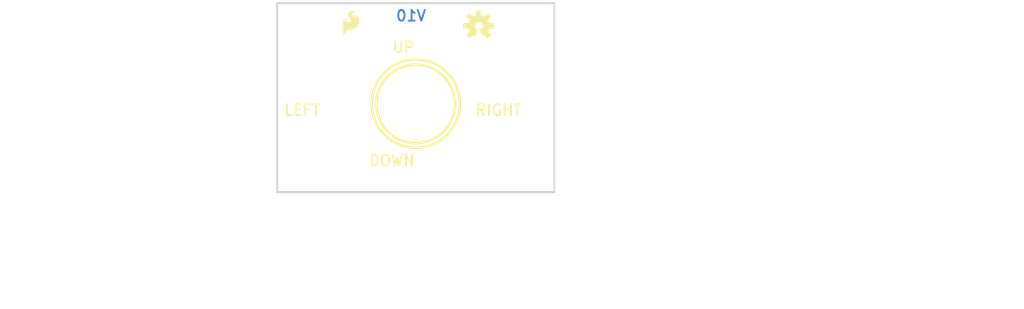
<source format=kicad_pcb>
(kicad_pcb (version 20211014) (generator pcbnew)
  (layers (0 "F.Cu" signal) (31 "B.Cu" signal) (34 "B.Paste" user) (35 "F.Paste" user) (36 "B.SilkS" user "B.Silkscreen") (37 "F.SilkS" user "F.Silkscreen") (38 "B.Mask" user) (39 "F.Mask" user) (44 "Edge.Cuts" user))
  (net 0 "")
  (footprint "boardEagle:CREATIVE_COMMONS" (layer "F.Cu") (at 126.9111 125.9586)
    (fp_text reference "FRAME1" hide)
    (fp_text value "FRAME-LETTER" hide)
  )
  (footprint "boardEagle:BLACKBERRY_TRACKBALLER" (layer "F.Cu") (at 148.5011 105.6386)
    (fp_text reference "U$1" hide)
    (fp_text value "BLACKBERRY_TRACKBALLER" hide)
    (fp_text user "UP" (at 0 -6.35) (layer "F.SilkS") (effects (font (size 1.0795 1.0795) (thickness 0.1905)) (justify right top)))
    (fp_text user "RIGHT" (at 10.795 0) (layer "F.SilkS") (effects (font (size 1.0795 1.0795) (thickness 0.1905)) (justify right top)))
    (fp_text user "DOWN" (at 0 5.08) (layer "F.SilkS") (effects (font (size 1.0795 1.0795) (thickness 0.1905)) (justify right top)))
    (fp_text user "LEFT" (at -9.525 0) (layer "F.SilkS") (effects (font (size 1.0795 1.0795) (thickness 0.1905)) (justify right top)))
    (fp_circle (center -0.007621 -0.00254) (end 3.952322 -0.00254) (layer "F.SilkS") (width 0.254) (fill none))
    (fp_circle (center 0.007625 -0.027937) (end 4.45174 -0.027937) (layer "F.SilkS") (width 0.254) (fill none))
    (fp_poly (pts (xy -6.291118 -9.357159) (xy -6.151118 -9.287159) (xy -6.111118 -9.257159) (xy -6.101118 -9.247159) (xy -6.111118 -9.247159) (xy -6.131118 -9.257159) (xy -6.191118 -9.257159) (xy -6.231118 -9.247159) (xy -6.281118 -9.237159) (xy -6.321118 -9.217159) (xy -6.361118 -9.187159) (xy -6.381118 -9.157159) (xy -6.391118 -9.137159) (xy -6.401118 -9.107159) (xy -6.401118 -9.047159) (xy -6.391118 -9.007159) (xy -6.351118 -8.947159) (xy -6.291118 -8.887159) (xy -6.251118 -8.857159) (xy -6.221118 -8.837159) (xy -6.181118 -8.817159) (xy -6.101118 -8.797159) (xy -6.071118 -8.797159) (xy -6.041118 -8.807159) (xy -6.011118 -8.837159) (xy -6.001118 -8.857159) (xy -5.991118 -8.887159) (xy -5.991118 -8.977159) (xy -5.911118 -8.927159) (xy -5.831118 -8.837159) (xy -5.761118 -8.727159) (xy -5.711118 -8.577159) (xy -5.681118 -8.417159) (xy -5.691118 -8.247159) (xy -5.741118 -8.057159) (xy -5.841118 -7.877159) (xy -5.911118 -7.787159) (xy -5.991118 -7.707159) (xy -6.071118 -7.637159) (xy -6.171118 -7.577159) (xy -6.271118 -7.537159) (xy -6.381118 -7.507159) (xy -6.501118 -7.487159) (xy -6.691118 -7.487159) (xy -6.751118 -7.477159) (xy -6.851118 -7.417159) (xy -6.951118 -7.317159) (xy -7.071118 -7.177159) (xy -7.191118 -7.057159) (xy -7.241118 -6.997159) (xy -7.291118 -6.947159) (xy -7.321118 -6.897159) (xy -7.371118 -6.847159) (xy -7.371118 -8.217159) (xy -7.361118 -8.297159) (xy -7.341118 -8.367159) (xy -7.281118 -8.467159) (xy -7.231118 -8.507159) (xy -7.191118 -8.537159) (xy -7.141118 -8.557159) (xy -7.091118 -8.567159) (xy -7.031118 -8.577159) (xy -6.911118 -8.577159) (xy -6.871118 -8.557159) (xy -6.881118 -8.547159) (xy -6.921118 -8.527159) (xy -6.951118 -8.517159) (xy -7.011118 -8.457159) (xy -7.021118 -8.427159) (xy -7.021118 -8.387159) (xy -7.011118 -8.357159) (xy -6.991118 -8.327159) (xy -6.931118 -8.267159) (xy -6.881118 -8.247159) (xy -6.831118 -8.237159) (xy -6.751118 -8.237159) (xy -6.671118 -8.257159) (xy -6.611118 -8.297159) (xy -6.571118 -8.347159) (xy -6.551118 -8.407159) (xy -6.551118 -8.477159) (xy -6.581118 -8.557159) (xy -6.651118 -8.627159) (xy -6.731118 -8.717159) (xy -6.801118 -8.797159) (xy -6.851118 -8.887159) (xy -6.871118 -8.977159) (xy -6.871118 -9.057159) (xy -6.841118 -9.147159) (xy -6.791118 -9.227159) (xy -6.701118 -9.297159) (xy -6.591118 -9.357159) (xy -6.481118 -9.377159) (xy -6.381118 -9.377159)) (layer "F.SilkS") (width 0) (fill solid))
    (fp_poly (pts (xy 6.651647 -8.935351) (xy 6.77347 -8.896344) (xy 6.887177 -8.837769) (xy 7.27862 -9.156946) (xy 7.632946 -8.80262) (xy 7.311035 -8.407823) (xy 7.407046 -8.176084) (xy 7.9138 -8.124561) (xy 7.9138 -7.623439) (xy 7.407046 -7.571916) (xy 7.311035 -7.340177) (xy 7.632946 -6.94538) (xy 7.27862 -6.591054) (xy 6.887177 -6.91023) (xy 6.706601 -6.817206) (xy 6.438679 -7.463927) (xy 6.676261 -7.656403) (xy 6.723647 -7.752532) (xy 6.742727 -7.86366) (xy 6.729461 -7.975634) (xy 6.684945 -8.079228) (xy 6.612839 -8.165917) (xy 6.519084 -8.22856) (xy 6.411404 -8.261997) (xy 6.298656 -8.263478) (xy 6.19013 -8.232879) (xy 6.094766 -8.172723) (xy 6.02041 -8.087958) (xy 5.973185 -7.985566) (xy 5.957003 -7.874113) (xy 5.973933 -7.759921) (xy 6.023238 -7.655671) (xy 6.100687 -7.570227) (xy 6.264655 -7.471975) (xy 5.993399 -6.817206) (xy 5.812823 -6.91023) (xy 5.42138 -6.591054) (xy 5.067054 -6.94538) (xy 5.388965 -7.340177) (xy 5.292954 -7.571916) (xy 4.7862 -7.623439) (xy 4.7862 -8.124561) (xy 5.292954 -8.176084) (xy 5.388965 -8.407823) (xy 5.067054 -8.80262) (xy 5.42138 -9.156946) (xy 5.816177 -8.835035) (xy 6.047916 -8.931046) (xy 6.099439 -9.4378) (xy 6.600561 -9.4378)) (layer "F.SilkS") (width 0) (fill solid))
    (fp_line (start 13.97 8.89) (end 13.97 -10.16) (layer "Edge.Cuts") (width 0.2032))
    (fp_line (start -13.97 8.89) (end 13.97 8.89) (layer "Edge.Cuts") (width 0.2032))
    (fp_line (start 13.97 -10.16) (end -13.97 -10.16) (layer "Edge.Cuts") (width 0.2032))
    (fp_line (start -13.97 -10.16) (end -13.97 8.89) (layer "Edge.Cuts") (width 0.2032))
    (pad "" np_thru_hole circle (at 0 0) (size 7.14375 7.14375) (drill 7.14375) (layers *.Cu *.Mask))
    (pad "" np_thru_hole circle (at -11.43 6.35) (size 3.048 3.048) (drill 3.048) (layers *.Cu *.Mask))
    (pad "" np_thru_hole circle (at 11.43 6.35) (size 3.048 3.048) (drill 3.048) (layers *.Cu *.Mask))
    (pad "" np_thru_hole circle (at -11.43 -7.62) (size 3.048 3.048) (drill 3.048) (layers *.Cu *.Mask))
    (pad "" np_thru_hole circle (at 11.43 -7.62) (size 3.048 3.048) (drill 3.048) (layers *.Cu *.Mask))
  )
  (gr_text "V10" (at 149.6441 97.3836) (layer "B.Cu") (effects (font (size 1.0795 1.0795) (thickness 0.1905)) (justify left bottom mirror)))
)
</source>
